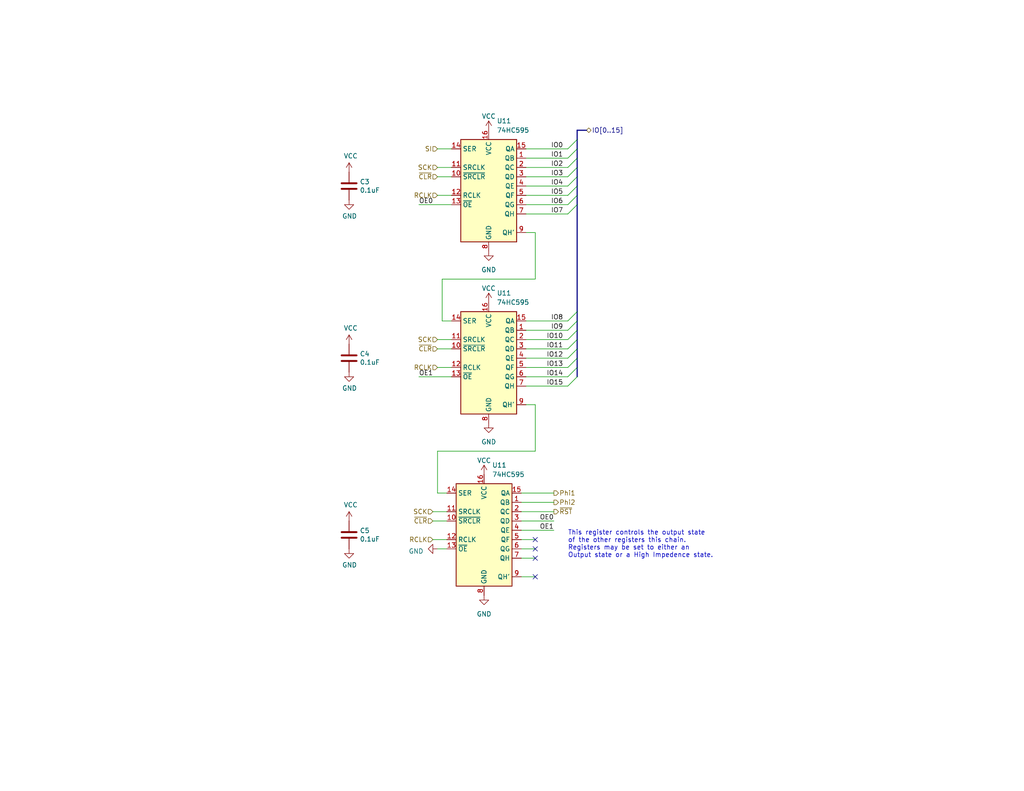
<source format=kicad_sch>
(kicad_sch (version 20230121) (generator eeschema)
  (paper "USLetter")
  (title_block (date "2023-11-27"))
  (lib_symbols
    (symbol "Device:C" (pin_numbers hide) (pin_names (offset 0.254))
      (property "Reference" "C" (at 0.635 2.54 0))
      (property "Value" "C" (at 0.635 -2.54 0))
      (symbol "C_0_1"
        (polyline (pts (xy -2.032 -0.762) (xy 2.032 -0.762)) (stroke (width 0.508)))
        (polyline (pts (xy -2.032 0.762) (xy 2.032 0.762)) (stroke (width 0.508)))
      )
      (symbol "C_1_1"
        (pin passive line (at 0 3.81 270) (length 2.794) (name "~") (number "1"))
        (pin passive line (at 0 -3.81 90) (length 2.794) (name "~") (number "2"))
      )
    )
    (symbol "Turtle16:74HC595"
      (property "Reference" "U" (at -7.62 13.97 0))
      (property "Value" "74HC595" (at -7.62 -16.51 0))
      (symbol "74HC595_1_0"
        (pin tri_state line (at 10.16 7.62 180) (length 2.54) (name "QB") (number "1"))
        (pin input line (at -10.16 2.54 0) (length 2.54) (name "~{SRCLR}") (number "10"))
        (pin input line (at -10.16 5.08 0) (length 2.54) (name "SRCLK") (number "11"))
        (pin input line (at -10.16 -2.54 0) (length 2.54) (name "RCLK") (number "12"))
        (pin input line (at -10.16 -5.08 0) (length 2.54) (name "~{OE}") (number "13"))
        (pin input line (at -10.16 10.16 0) (length 2.54) (name "SER") (number "14"))
        (pin tri_state line (at 10.16 10.16 180) (length 2.54) (name "QA") (number "15"))
        (pin power_in line (at 0 15.24 270) (length 2.54) (name "VCC") (number "16"))
        (pin tri_state line (at 10.16 5.08 180) (length 2.54) (name "QC") (number "2"))
        (pin tri_state line (at 10.16 2.54 180) (length 2.54) (name "QD") (number "3"))
        (pin tri_state line (at 10.16 0 180) (length 2.54) (name "QE") (number "4"))
        (pin tri_state line (at 10.16 -2.54 180) (length 2.54) (name "QF") (number "5"))
        (pin tri_state line (at 10.16 -5.08 180) (length 2.54) (name "QG") (number "6"))
        (pin tri_state line (at 10.16 -7.62 180) (length 2.54) (name "QH") (number "7"))
        (pin power_in line (at 0 -17.78 90) (length 2.54) (name "GND") (number "8"))
        (pin output line (at 10.16 -12.7 180) (length 2.54) (name "QH'") (number "9"))
      )
      (symbol "74HC595_1_1"
        (rectangle (start -7.62 12.7) (end 7.62 -15.24) (stroke (width 0.254)) (fill (type background)))
      )
    )
    (symbol "power:GND" (power) (pin_names (offset 0))
      (property "Value" "GND" (at 0 -3.81 0))
      (symbol "GND_0_1"
        (polyline (pts (xy 0 0) (xy 0 -1.27) (xy 1.27 -1.27) (xy 0 -2.54) (xy -1.27 -1.27) (xy 0 -1.27)))
      )
      (symbol "GND_1_1"
        (pin power_in line (at 0 0 270) (length 0) hide (name "GND") (number "1"))
      )
    )
    (symbol "power:VCC" (power) (pin_names (offset 0))
      (property "Value" "VCC" (at 0 3.81 0))
      (symbol "VCC_0_1"
        (polyline (pts (xy -0.762 1.27) (xy 0 2.54)))
        (polyline (pts (xy 0 0) (xy 0 2.54)))
        (polyline (pts (xy 0 2.54) (xy 0.762 1.27)))
      )
      (symbol "VCC_1_1"
        (pin power_in line (at 0 0 90) (length 0) hide (name "VCC") (number "1"))
      )
    )
  )
  (no_connect (at 146.05 147.32))
  (no_connect (at 146.05 149.86))
  (no_connect (at 146.05 157.48))
  (no_connect (at 146.05 152.4))
  (bus_entry (at 157.48 85.09) (size -2.54 2.54))
  (bus_entry (at 157.48 55.88) (size -2.54 2.54))
  (bus_entry (at 157.48 95.25) (size -2.54 2.54))
  (bus_entry (at 157.48 92.71) (size -2.54 2.54))
  (bus_entry (at 157.48 87.63) (size -2.54 2.54))
  (bus_entry (at 157.48 100.33) (size -2.54 2.54))
  (bus_entry (at 157.48 90.17) (size -2.54 2.54))
  (bus_entry (at 157.48 50.8) (size -2.54 2.54))
  (bus_entry (at 157.48 45.72) (size -2.54 2.54))
  (bus_entry (at 157.48 40.64) (size -2.54 2.54))
  (bus_entry (at 157.48 43.18) (size -2.54 2.54))
  (bus_entry (at 157.48 38.1) (size -2.54 2.54))
  (bus_entry (at 157.48 97.79) (size -2.54 2.54))
  (bus_entry (at 157.48 48.26) (size -2.54 2.54))
  (bus_entry (at 157.48 102.87) (size -2.54 2.54))
  (bus_entry (at 157.48 53.34) (size -2.54 2.54))
  (wire (pts (xy 146.05 110.49) (xy 146.05 123.19)))
  (wire (pts (xy 154.94 102.87) (xy 143.51 102.87)))
  (wire (pts (xy 154.94 97.79) (xy 143.51 97.79)))
  (bus (pts (xy 157.48 38.1) (xy 157.48 40.64)))
  (wire (pts (xy 151.13 139.7) (xy 142.24 139.7)))
  (wire (pts (xy 154.94 40.64) (xy 143.51 40.64)))
  (wire (pts (xy 119.38 53.34) (xy 123.19 53.34)))
  (wire (pts (xy 119.38 40.64) (xy 123.19 40.64)))
  (wire (pts (xy 154.94 50.8) (xy 143.51 50.8)))
  (bus (pts (xy 157.48 40.64) (xy 157.48 43.18)))
  (bus (pts (xy 157.48 43.18) (xy 157.48 45.72)))
  (wire (pts (xy 120.65 76.2) (xy 120.65 87.63)))
  (wire (pts (xy 119.38 149.86) (xy 121.92 149.86)))
  (wire (pts (xy 151.13 137.16) (xy 142.24 137.16)))
  (bus (pts (xy 157.48 55.88) (xy 157.48 85.09)))
  (wire (pts (xy 154.94 92.71) (xy 143.51 92.71)))
  (bus (pts (xy 157.48 53.34) (xy 157.48 55.88)))
  (bus (pts (xy 160.02 35.56) (xy 157.48 35.56)))
  (bus (pts (xy 157.48 95.25) (xy 157.48 97.79)))
  (wire (pts (xy 143.51 63.5) (xy 146.05 63.5)))
  (wire (pts (xy 154.94 45.72) (xy 143.51 45.72)))
  (wire (pts (xy 118.11 142.24) (xy 121.92 142.24)))
  (wire (pts (xy 114.3 102.87) (xy 123.19 102.87)))
  (wire (pts (xy 119.38 134.62) (xy 121.92 134.62)))
  (bus (pts (xy 157.48 97.79) (xy 157.48 100.33)))
  (wire (pts (xy 154.94 53.34) (xy 143.51 53.34)))
  (bus (pts (xy 157.48 50.8) (xy 157.48 53.34)))
  (wire (pts (xy 151.13 144.78) (xy 142.24 144.78)))
  (wire (pts (xy 119.38 48.26) (xy 123.19 48.26)))
  (wire (pts (xy 151.13 142.24) (xy 142.24 142.24)))
  (wire (pts (xy 154.94 48.26) (xy 143.51 48.26)))
  (wire (pts (xy 119.38 95.25) (xy 123.19 95.25)))
  (wire (pts (xy 119.38 100.33) (xy 123.19 100.33)))
  (wire (pts (xy 142.24 147.32) (xy 146.05 147.32)))
  (wire (pts (xy 154.94 58.42) (xy 143.51 58.42)))
  (wire (pts (xy 154.94 87.63) (xy 143.51 87.63)))
  (wire (pts (xy 154.94 43.18) (xy 143.51 43.18)))
  (bus (pts (xy 157.48 90.17) (xy 157.48 92.71)))
  (wire (pts (xy 120.65 87.63) (xy 123.19 87.63)))
  (bus (pts (xy 157.48 85.09) (xy 157.48 87.63)))
  (wire (pts (xy 142.24 152.4) (xy 146.05 152.4)))
  (wire (pts (xy 154.94 55.88) (xy 143.51 55.88)))
  (wire (pts (xy 119.38 92.71) (xy 123.19 92.71)))
  (wire (pts (xy 143.51 110.49) (xy 146.05 110.49)))
  (wire (pts (xy 146.05 63.5) (xy 146.05 76.2)))
  (bus (pts (xy 157.48 92.71) (xy 157.48 95.25)))
  (bus (pts (xy 157.48 87.63) (xy 157.48 90.17)))
  (wire (pts (xy 118.11 139.7) (xy 121.92 139.7)))
  (wire (pts (xy 119.38 123.19) (xy 119.38 134.62)))
  (wire (pts (xy 154.94 105.41) (xy 143.51 105.41)))
  (wire (pts (xy 114.3 55.88) (xy 123.19 55.88)))
  (bus (pts (xy 157.48 45.72) (xy 157.48 48.26)))
  (wire (pts (xy 119.38 45.72) (xy 123.19 45.72)))
  (wire (pts (xy 142.24 149.86) (xy 146.05 149.86)))
  (wire (pts (xy 151.13 134.62) (xy 142.24 134.62)))
  (bus (pts (xy 157.48 48.26) (xy 157.48 50.8)))
  (wire (pts (xy 142.24 157.48) (xy 146.05 157.48)))
  (wire (pts (xy 154.94 100.33) (xy 143.51 100.33)))
  (wire (pts (xy 154.94 95.25) (xy 143.51 95.25)))
  (bus (pts (xy 157.48 100.33) (xy 157.48 102.87)))
  (wire (pts (xy 118.11 147.32) (xy 121.92 147.32)))
  (wire (pts (xy 120.65 76.2) (xy 146.05 76.2)))
  (bus (pts (xy 157.48 35.56) (xy 157.48 38.1)))
  (wire (pts (xy 119.38 123.19) (xy 146.05 123.19)))
  (wire (pts (xy 154.94 90.17) (xy 143.51 90.17)))
  (text "This register controls the output state\nof the other registers this chain.\nRegisters may be set to either an\nOutput state or a High Impedence state." (at 154.94 152.4 0) (effects (font (size 1.27 1.27)) (justify left bottom)))
  (label "IO11" (at 153.67 95.25 180))
  (label "IO3" (at 153.67 48.26 180))
  (label "OE0" (at 151.13 142.24 180))
  (label "IO13" (at 153.67 100.33 180))
  (label "IO5" (at 153.67 53.34 180))
  (label "IO10" (at 153.67 92.71 180))
  (label "IO0" (at 153.67 40.64 180))
  (label "OE0" (at 114.3 55.88 0))
  (label "IO7" (at 153.67 58.42 180))
  (label "IO12" (at 153.67 97.79 180))
  (label "IO1" (at 153.67 43.18 180))
  (label "IO14" (at 153.67 102.87 180))
  (label "IO15" (at 153.67 105.41 180))
  (label "OE1" (at 151.13 144.78 180))
  (label "IO8" (at 153.67 87.63 180))
  (label "IO4" (at 153.67 50.8 180))
  (label "IO2" (at 153.67 45.72 180))
  (label "IO9" (at 153.67 90.17 180))
  (label "OE1" (at 114.3 102.87 0))
  (label "IO6" (at 153.67 55.88 180))
  (hierarchical_label "SCK" (shape input) (at 119.38 92.71 180))
  (hierarchical_label "RCLK" (shape input) (at 119.38 53.34 180))
  (hierarchical_label "~{CLR}" (shape input) (at 119.38 95.25 180))
  (hierarchical_label "IO[0..15]" (shape tri_state) (at 160.02 35.56 0))
  (hierarchical_label "RCLK" (shape input) (at 118.11 147.32 180))
  (hierarchical_label "~{CLR}" (shape input) (at 119.38 48.26 180))
  (hierarchical_label "SCK" (shape input) (at 119.38 45.72 180))
  (hierarchical_label "~{RST}" (shape output) (at 151.13 139.7 0))
  (hierarchical_label "Phi1" (shape output) (at 151.13 134.62 0))
  (hierarchical_label "SCK" (shape input) (at 118.11 139.7 180))
  (hierarchical_label "RCLK" (shape input) (at 119.38 100.33 180))
  (hierarchical_label "SI" (shape input) (at 119.38 40.64 180))
  (hierarchical_label "Phi2" (shape output) (at 151.13 137.16 0))
  (hierarchical_label "~{CLR}" (shape input) (at 118.11 142.24 180))
  (symbol (lib_id "power:GND") (at 132.08 162.56 0) (unit 1)
    (property "Reference" "#PWR046" (effects hide))
    (property "Value" "GND" (at 132.08 167.64 0))
  )
  (symbol (lib_id "power:GND") (at 133.35 115.57 0) (unit 1)
    (property "Reference" "#PWR050" (effects hide))
    (property "Value" "GND" (at 133.35 120.65 0))
  )
  (symbol (lib_id "Turtle16:74HC595") (at 132.08 144.78 0) (unit 1)
    (property "Reference" "U11" (at 134.2741 127 0) (effects (justify left)))
    (property "Value" "74HC595" (at 134.2741 129.54 0) (effects (justify left)))
    (property "Footprint" "Package_SO:TSSOP-16_4.4x5mm_P0.65mm" (effects hide))
    (property "Datasheet" "https://www.mouser.com/datasheet/2/916/74HC_HCT595_Q100-2937391.pdf" (effects hide))
    (property "Manufacturer" "Nexperia" (effects hide))
    (property "Manufacturer#" "74HC595PW-Q100,118" (effects hide))
    (property "Mouser#" "771-74HC595PW-Q100" (effects hide))
    (property "Digikey#" "1727-1012-1-ND" (effects hide))
    (instances (project "ProcessorBoardTestFixture" (path "" (reference "U11") (unit 1)) (path "" (reference "U2") (unit 1))))
  )
  (symbol (lib_id "Turtle16:74HC595") (at 133.35 50.8 0) (unit 1)
    (property "Reference" "U11" (at 135.5441 33.02 0) (effects (justify left)))
    (property "Value" "74HC595" (at 135.5441 35.56 0) (effects (justify left)))
    (property "Footprint" "Package_SO:TSSOP-16_4.4x5mm_P0.65mm" (effects hide))
    (property "Datasheet" "https://www.mouser.com/datasheet/2/916/74HC_HCT595_Q100-2937391.pdf" (effects hide))
    (property "Manufacturer" "Nexperia" (effects hide))
    (property "Manufacturer#" "74HC595PW-Q100,118" (effects hide))
    (property "Mouser#" "771-74HC595PW-Q100" (effects hide))
    (property "Digikey#" "1727-1012-1-ND" (effects hide))
    (instances (project "ProcessorBoardTestFixture" (path "" (reference "U11") (unit 1)) (path "" (reference "U3") (unit 1))))
  )
  (symbol (lib_id "power:VCC") (at 133.35 35.56 0) (unit 1)
    (property "Reference" "#PWR047" (effects hide))
    (property "Value" "VCC" (at 133.35 31.75 0))
  )
  (symbol (lib_id "power:VCC") (at 133.35 82.55 0) (unit 1)
    (property "Reference" "#PWR049" (effects hide))
    (property "Value" "VCC" (at 133.35 78.74 0))
  )
  (symbol (lib_id "power:GND") (at 95.25 101.6 0) (unit 1)
    (property "Reference" "#PWR041" (effects hide))
    (property "Value" "GND" (at 95.377 105.9942 0))
    (instances (project "ProcessorBoardTestFixture" (path "" (reference "#PWR041") (unit 1))) (project "Memory" (path "" (reference "#PWR0382") (unit 1))))
  )
  (symbol (lib_id "Device:C") (at 95.25 50.8 0) (unit 1)
    (property "Reference" "C3" (at 98.171 49.6316 0) (effects (justify left)))
    (property "Value" "0.1uF" (at 98.171 51.943 0) (effects (justify left)))
    (property "Footprint" "Capacitor_SMD:C_0603_1608Metric" (effects hide))
    (property "Datasheet" "https://www.mouser.com/datasheet/2/396/taiyo_yuden_12132018_mlcc11_hq_e-1510082.pdf" (effects hide))
    (property "Manufacturer" "Taiyo Yuden" (effects hide))
    (property "Manufacturer#" "EMK107B7104KAHT" (effects hide))
    (property "Mouser#" "963-EMK107B7104KAHT" (effects hide))
    (property "Digikey#" "587-6004-1-ND" (effects hide))
    (instances (project "ProcessorBoardTestFixture" (path "" (reference "C3") (unit 1))) (project "Memory" (path "" (reference "C65") (unit 1))))
  )
  (symbol (lib_id "power:VCC") (at 95.25 93.98 0) (unit 1)
    (property "Reference" "#PWR040" (effects hide))
    (property "Value" "VCC" (at 95.6818 89.5858 0))
    (instances (project "ProcessorBoardTestFixture" (path "" (reference "#PWR040") (unit 1))) (project "Memory" (path "" (reference "#PWR0381") (unit 1))))
  )
  (symbol (lib_id "power:VCC") (at 95.25 46.99 0) (unit 1)
    (property "Reference" "#PWR038" (effects hide))
    (property "Value" "VCC" (at 95.6818 42.5958 0))
    (instances (project "ProcessorBoardTestFixture" (path "" (reference "#PWR038") (unit 1))) (project "Memory" (path "" (reference "#PWR0381") (unit 1))))
  )
  (symbol (lib_id "power:GND") (at 95.25 54.61 0) (unit 1)
    (property "Reference" "#PWR039" (effects hide))
    (property "Value" "GND" (at 95.377 59.0042 0))
    (instances (project "ProcessorBoardTestFixture" (path "" (reference "#PWR039") (unit 1))) (project "Memory" (path "" (reference "#PWR0382") (unit 1))))
  )
  (symbol (lib_id "Device:C") (at 95.25 146.05 0) (unit 1)
    (property "Reference" "C5" (at 98.171 144.8816 0) (effects (justify left)))
    (property "Value" "0.1uF" (at 98.171 147.193 0) (effects (justify left)))
    (property "Footprint" "Capacitor_SMD:C_0603_1608Metric" (effects hide))
    (property "Datasheet" "https://www.mouser.com/datasheet/2/396/taiyo_yuden_12132018_mlcc11_hq_e-1510082.pdf" (effects hide))
    (property "Manufacturer" "Taiyo Yuden" (effects hide))
    (property "Manufacturer#" "EMK107B7104KAHT" (effects hide))
    (property "Mouser#" "963-EMK107B7104KAHT" (effects hide))
    (property "Digikey#" "587-6004-1-ND" (effects hide))
    (instances (project "ProcessorBoardTestFixture" (path "" (reference "C5") (unit 1))) (project "Memory" (path "" (reference "C65") (unit 1))))
  )
  (symbol (lib_id "Turtle16:74HC595") (at 133.35 97.79 0) (unit 1)
    (property "Reference" "U11" (at 135.5441 80.01 0) (effects (justify left)))
    (property "Value" "74HC595" (at 135.5441 82.55 0) (effects (justify left)))
    (property "Footprint" "Package_SO:TSSOP-16_4.4x5mm_P0.65mm" (effects hide))
    (property "Datasheet" "https://www.mouser.com/datasheet/2/916/74HC_HCT595_Q100-2937391.pdf" (effects hide))
    (property "Manufacturer" "Nexperia" (effects hide))
    (property "Manufacturer#" "74HC595PW-Q100,118" (effects hide))
    (property "Mouser#" "771-74HC595PW-Q100" (effects hide))
    (property "Digikey#" "1727-1012-1-ND" (effects hide))
    (instances (project "ProcessorBoardTestFixture" (path "" (reference "U11") (unit 1)) (path "" (reference "U4") (unit 1))))
  )
  (symbol (lib_id "power:GND") (at 133.35 68.58 0) (unit 1)
    (property "Reference" "#PWR048" (effects hide))
    (property "Value" "GND" (at 133.35 73.66 0))
  )
  (symbol (lib_id "power:GND") (at 119.38 149.86 270) (unit 1)
    (property "Reference" "#PWR044" (effects hide))
    (property "Value" "GND" (at 115.57 150.495 90) (effects (justify right)))
  )
  (symbol (lib_id "Device:C") (at 95.25 97.79 0) (unit 1)
    (property "Reference" "C4" (at 98.171 96.6216 0) (effects (justify left)))
    (property "Value" "0.1uF" (at 98.171 98.933 0) (effects (justify left)))
    (property "Footprint" "Capacitor_SMD:C_0603_1608Metric" (effects hide))
    (property "Datasheet" "https://www.mouser.com/datasheet/2/396/taiyo_yuden_12132018_mlcc11_hq_e-1510082.pdf" (effects hide))
    (property "Manufacturer" "Taiyo Yuden" (effects hide))
    (property "Manufacturer#" "EMK107B7104KAHT" (effects hide))
    (property "Mouser#" "963-EMK107B7104KAHT" (effects hide))
    (property "Digikey#" "587-6004-1-ND" (effects hide))
    (instances (project "ProcessorBoardTestFixture" (path "" (reference "C4") (unit 1))) (project "Memory" (path "" (reference "C65") (unit 1))))
  )
  (symbol (lib_id "power:GND") (at 95.25 149.86 0) (unit 1)
    (property "Reference" "#PWR043" (effects hide))
    (property "Value" "GND" (at 95.377 154.2542 0))
    (instances (project "ProcessorBoardTestFixture" (path "" (reference "#PWR043") (unit 1))) (project "Memory" (path "" (reference "#PWR0382") (unit 1))))
  )
  (symbol (lib_id "power:VCC") (at 95.25 142.24 0) (unit 1)
    (property "Reference" "#PWR042" (effects hide))
    (property "Value" "VCC" (at 95.6818 137.8458 0))
    (instances (project "ProcessorBoardTestFixture" (path "" (reference "#PWR042") (unit 1))) (project "Memory" (path "" (reference "#PWR0381") (unit 1))))
  )
  (symbol (lib_id "power:VCC") (at 132.08 129.54 0) (unit 1)
    (property "Reference" "#PWR045" (effects hide))
    (property "Value" "VCC" (at 132.08 125.73 0))
  )
)
</source>
